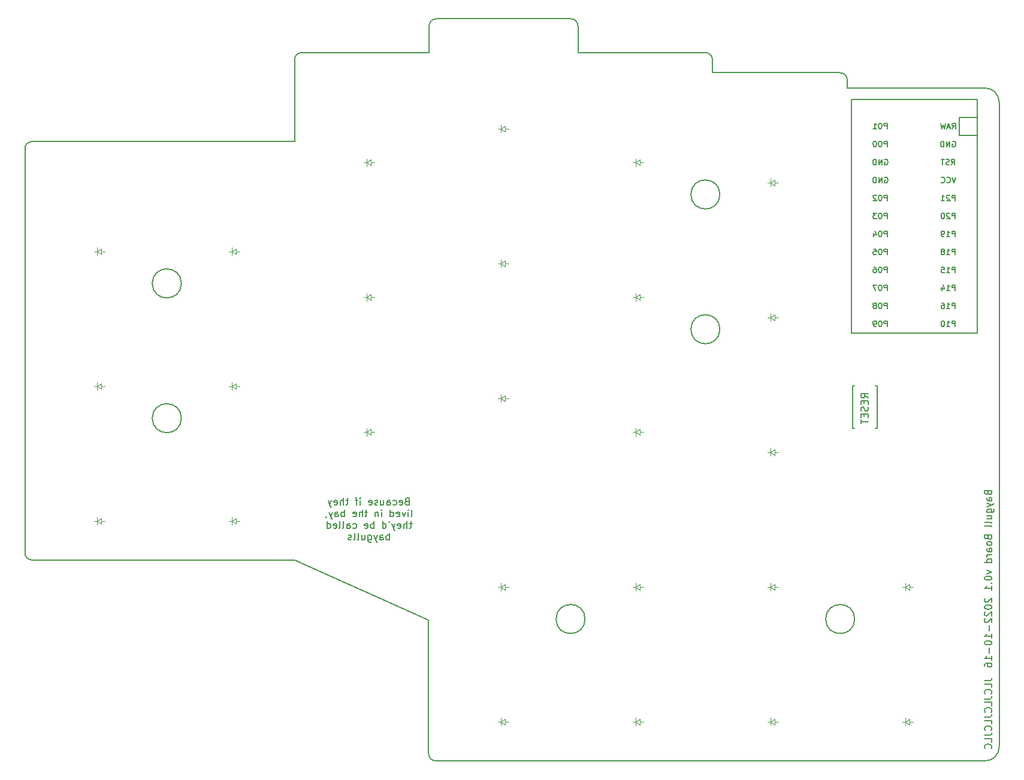
<source format=gbr>
G04 #@! TF.GenerationSoftware,KiCad,Pcbnew,5.1.5+dfsg1-2build2*
G04 #@! TF.CreationDate,2022-10-22T21:51:20+00:00*
G04 #@! TF.ProjectId,board,626f6172-642e-46b6-9963-61645f706362,v1.0.0*
G04 #@! TF.SameCoordinates,Original*
G04 #@! TF.FileFunction,Legend,Bot*
G04 #@! TF.FilePolarity,Positive*
%FSLAX46Y46*%
G04 Gerber Fmt 4.6, Leading zero omitted, Abs format (unit mm)*
G04 Created by KiCad (PCBNEW 5.1.5+dfsg1-2build2) date 2022-10-22 21:51:20*
%MOMM*%
%LPD*%
G04 APERTURE LIST*
%ADD10C,0.150000*%
G04 #@! TA.AperFunction,Profile*
%ADD11C,0.150000*%
G04 #@! TD*
%ADD12C,0.100000*%
G04 APERTURE END LIST*
D10*
X62507142Y-2216071D02*
X62364285Y-2263690D01*
X62316666Y-2311309D01*
X62269047Y-2406547D01*
X62269047Y-2549404D01*
X62316666Y-2644642D01*
X62364285Y-2692261D01*
X62459523Y-2739880D01*
X62840476Y-2739880D01*
X62840476Y-1739880D01*
X62507142Y-1739880D01*
X62411904Y-1787500D01*
X62364285Y-1835119D01*
X62316666Y-1930357D01*
X62316666Y-2025595D01*
X62364285Y-2120833D01*
X62411904Y-2168452D01*
X62507142Y-2216071D01*
X62840476Y-2216071D01*
X61459523Y-2692261D02*
X61554761Y-2739880D01*
X61745238Y-2739880D01*
X61840476Y-2692261D01*
X61888095Y-2597023D01*
X61888095Y-2216071D01*
X61840476Y-2120833D01*
X61745238Y-2073214D01*
X61554761Y-2073214D01*
X61459523Y-2120833D01*
X61411904Y-2216071D01*
X61411904Y-2311309D01*
X61888095Y-2406547D01*
X60554761Y-2692261D02*
X60650000Y-2739880D01*
X60840476Y-2739880D01*
X60935714Y-2692261D01*
X60983333Y-2644642D01*
X61030952Y-2549404D01*
X61030952Y-2263690D01*
X60983333Y-2168452D01*
X60935714Y-2120833D01*
X60840476Y-2073214D01*
X60650000Y-2073214D01*
X60554761Y-2120833D01*
X59697619Y-2739880D02*
X59697619Y-2216071D01*
X59745238Y-2120833D01*
X59840476Y-2073214D01*
X60030952Y-2073214D01*
X60126190Y-2120833D01*
X59697619Y-2692261D02*
X59792857Y-2739880D01*
X60030952Y-2739880D01*
X60126190Y-2692261D01*
X60173809Y-2597023D01*
X60173809Y-2501785D01*
X60126190Y-2406547D01*
X60030952Y-2358928D01*
X59792857Y-2358928D01*
X59697619Y-2311309D01*
X58792857Y-2073214D02*
X58792857Y-2739880D01*
X59221428Y-2073214D02*
X59221428Y-2597023D01*
X59173809Y-2692261D01*
X59078571Y-2739880D01*
X58935714Y-2739880D01*
X58840476Y-2692261D01*
X58792857Y-2644642D01*
X58364285Y-2692261D02*
X58269047Y-2739880D01*
X58078571Y-2739880D01*
X57983333Y-2692261D01*
X57935714Y-2597023D01*
X57935714Y-2549404D01*
X57983333Y-2454166D01*
X58078571Y-2406547D01*
X58221428Y-2406547D01*
X58316666Y-2358928D01*
X58364285Y-2263690D01*
X58364285Y-2216071D01*
X58316666Y-2120833D01*
X58221428Y-2073214D01*
X58078571Y-2073214D01*
X57983333Y-2120833D01*
X57126190Y-2692261D02*
X57221428Y-2739880D01*
X57411904Y-2739880D01*
X57507142Y-2692261D01*
X57554761Y-2597023D01*
X57554761Y-2216071D01*
X57507142Y-2120833D01*
X57411904Y-2073214D01*
X57221428Y-2073214D01*
X57126190Y-2120833D01*
X57078571Y-2216071D01*
X57078571Y-2311309D01*
X57554761Y-2406547D01*
X55888095Y-2739880D02*
X55888095Y-2073214D01*
X55888095Y-1739880D02*
X55935714Y-1787500D01*
X55888095Y-1835119D01*
X55840476Y-1787500D01*
X55888095Y-1739880D01*
X55888095Y-1835119D01*
X55554761Y-2073214D02*
X55173809Y-2073214D01*
X55411904Y-2739880D02*
X55411904Y-1882738D01*
X55364285Y-1787500D01*
X55269047Y-1739880D01*
X55173809Y-1739880D01*
X54221428Y-2073214D02*
X53840476Y-2073214D01*
X54078571Y-1739880D02*
X54078571Y-2597023D01*
X54030952Y-2692261D01*
X53935714Y-2739880D01*
X53840476Y-2739880D01*
X53507142Y-2739880D02*
X53507142Y-1739880D01*
X53078571Y-2739880D02*
X53078571Y-2216071D01*
X53126190Y-2120833D01*
X53221428Y-2073214D01*
X53364285Y-2073214D01*
X53459523Y-2120833D01*
X53507142Y-2168452D01*
X52221428Y-2692261D02*
X52316666Y-2739880D01*
X52507142Y-2739880D01*
X52602380Y-2692261D01*
X52650000Y-2597023D01*
X52650000Y-2216071D01*
X52602380Y-2120833D01*
X52507142Y-2073214D01*
X52316666Y-2073214D01*
X52221428Y-2120833D01*
X52173809Y-2216071D01*
X52173809Y-2311309D01*
X52650000Y-2406547D01*
X51840476Y-2073214D02*
X51602380Y-2739880D01*
X51364285Y-2073214D02*
X51602380Y-2739880D01*
X51697619Y-2977976D01*
X51745238Y-3025595D01*
X51840476Y-3073214D01*
X63054761Y-4389880D02*
X63150000Y-4342261D01*
X63197619Y-4247023D01*
X63197619Y-3389880D01*
X62673809Y-4389880D02*
X62673809Y-3723214D01*
X62673809Y-3389880D02*
X62721428Y-3437500D01*
X62673809Y-3485119D01*
X62626190Y-3437500D01*
X62673809Y-3389880D01*
X62673809Y-3485119D01*
X62292857Y-3723214D02*
X62054761Y-4389880D01*
X61816666Y-3723214D01*
X61054761Y-4342261D02*
X61150000Y-4389880D01*
X61340476Y-4389880D01*
X61435714Y-4342261D01*
X61483333Y-4247023D01*
X61483333Y-3866071D01*
X61435714Y-3770833D01*
X61340476Y-3723214D01*
X61150000Y-3723214D01*
X61054761Y-3770833D01*
X61007142Y-3866071D01*
X61007142Y-3961309D01*
X61483333Y-4056547D01*
X60150000Y-4389880D02*
X60150000Y-3389880D01*
X60150000Y-4342261D02*
X60245238Y-4389880D01*
X60435714Y-4389880D01*
X60530952Y-4342261D01*
X60578571Y-4294642D01*
X60626190Y-4199404D01*
X60626190Y-3913690D01*
X60578571Y-3818452D01*
X60530952Y-3770833D01*
X60435714Y-3723214D01*
X60245238Y-3723214D01*
X60150000Y-3770833D01*
X58911904Y-4389880D02*
X58911904Y-3723214D01*
X58911904Y-3389880D02*
X58959523Y-3437500D01*
X58911904Y-3485119D01*
X58864285Y-3437500D01*
X58911904Y-3389880D01*
X58911904Y-3485119D01*
X58435714Y-3723214D02*
X58435714Y-4389880D01*
X58435714Y-3818452D02*
X58388095Y-3770833D01*
X58292857Y-3723214D01*
X58150000Y-3723214D01*
X58054761Y-3770833D01*
X58007142Y-3866071D01*
X58007142Y-4389880D01*
X56911904Y-3723214D02*
X56530952Y-3723214D01*
X56769047Y-3389880D02*
X56769047Y-4247023D01*
X56721428Y-4342261D01*
X56626190Y-4389880D01*
X56530952Y-4389880D01*
X56197619Y-4389880D02*
X56197619Y-3389880D01*
X55769047Y-4389880D02*
X55769047Y-3866071D01*
X55816666Y-3770833D01*
X55911904Y-3723214D01*
X56054761Y-3723214D01*
X56150000Y-3770833D01*
X56197619Y-3818452D01*
X54911904Y-4342261D02*
X55007142Y-4389880D01*
X55197619Y-4389880D01*
X55292857Y-4342261D01*
X55340476Y-4247023D01*
X55340476Y-3866071D01*
X55292857Y-3770833D01*
X55197619Y-3723214D01*
X55007142Y-3723214D01*
X54911904Y-3770833D01*
X54864285Y-3866071D01*
X54864285Y-3961309D01*
X55340476Y-4056547D01*
X53673809Y-4389880D02*
X53673809Y-3389880D01*
X53673809Y-3770833D02*
X53578571Y-3723214D01*
X53388095Y-3723214D01*
X53292857Y-3770833D01*
X53245238Y-3818452D01*
X53197619Y-3913690D01*
X53197619Y-4199404D01*
X53245238Y-4294642D01*
X53292857Y-4342261D01*
X53388095Y-4389880D01*
X53578571Y-4389880D01*
X53673809Y-4342261D01*
X52340476Y-4389880D02*
X52340476Y-3866071D01*
X52388095Y-3770833D01*
X52483333Y-3723214D01*
X52673809Y-3723214D01*
X52769047Y-3770833D01*
X52340476Y-4342261D02*
X52435714Y-4389880D01*
X52673809Y-4389880D01*
X52769047Y-4342261D01*
X52816666Y-4247023D01*
X52816666Y-4151785D01*
X52769047Y-4056547D01*
X52673809Y-4008928D01*
X52435714Y-4008928D01*
X52340476Y-3961309D01*
X51959523Y-3723214D02*
X51721428Y-4389880D01*
X51483333Y-3723214D02*
X51721428Y-4389880D01*
X51816666Y-4627976D01*
X51864285Y-4675595D01*
X51959523Y-4723214D01*
X51054761Y-4342261D02*
X51054761Y-4389880D01*
X51102380Y-4485119D01*
X51150000Y-4532738D01*
X63221428Y-5373214D02*
X62840476Y-5373214D01*
X63078571Y-5039880D02*
X63078571Y-5897023D01*
X63030952Y-5992261D01*
X62935714Y-6039880D01*
X62840476Y-6039880D01*
X62507142Y-6039880D02*
X62507142Y-5039880D01*
X62078571Y-6039880D02*
X62078571Y-5516071D01*
X62126190Y-5420833D01*
X62221428Y-5373214D01*
X62364285Y-5373214D01*
X62459523Y-5420833D01*
X62507142Y-5468452D01*
X61221428Y-5992261D02*
X61316666Y-6039880D01*
X61507142Y-6039880D01*
X61602380Y-5992261D01*
X61650000Y-5897023D01*
X61650000Y-5516071D01*
X61602380Y-5420833D01*
X61507142Y-5373214D01*
X61316666Y-5373214D01*
X61221428Y-5420833D01*
X61173809Y-5516071D01*
X61173809Y-5611309D01*
X61650000Y-5706547D01*
X60840476Y-5373214D02*
X60602380Y-6039880D01*
X60364285Y-5373214D02*
X60602380Y-6039880D01*
X60697619Y-6277976D01*
X60745238Y-6325595D01*
X60840476Y-6373214D01*
X59935714Y-5039880D02*
X60030952Y-5230357D01*
X59078571Y-6039880D02*
X59078571Y-5039880D01*
X59078571Y-5992261D02*
X59173809Y-6039880D01*
X59364285Y-6039880D01*
X59459523Y-5992261D01*
X59507142Y-5944642D01*
X59554761Y-5849404D01*
X59554761Y-5563690D01*
X59507142Y-5468452D01*
X59459523Y-5420833D01*
X59364285Y-5373214D01*
X59173809Y-5373214D01*
X59078571Y-5420833D01*
X57840476Y-6039880D02*
X57840476Y-5039880D01*
X57840476Y-5420833D02*
X57745238Y-5373214D01*
X57554761Y-5373214D01*
X57459523Y-5420833D01*
X57411904Y-5468452D01*
X57364285Y-5563690D01*
X57364285Y-5849404D01*
X57411904Y-5944642D01*
X57459523Y-5992261D01*
X57554761Y-6039880D01*
X57745238Y-6039880D01*
X57840476Y-5992261D01*
X56554761Y-5992261D02*
X56650000Y-6039880D01*
X56840476Y-6039880D01*
X56935714Y-5992261D01*
X56983333Y-5897023D01*
X56983333Y-5516071D01*
X56935714Y-5420833D01*
X56840476Y-5373214D01*
X56650000Y-5373214D01*
X56554761Y-5420833D01*
X56507142Y-5516071D01*
X56507142Y-5611309D01*
X56983333Y-5706547D01*
X54888095Y-5992261D02*
X54983333Y-6039880D01*
X55173809Y-6039880D01*
X55269047Y-5992261D01*
X55316666Y-5944642D01*
X55364285Y-5849404D01*
X55364285Y-5563690D01*
X55316666Y-5468452D01*
X55269047Y-5420833D01*
X55173809Y-5373214D01*
X54983333Y-5373214D01*
X54888095Y-5420833D01*
X54030952Y-6039880D02*
X54030952Y-5516071D01*
X54078571Y-5420833D01*
X54173809Y-5373214D01*
X54364285Y-5373214D01*
X54459523Y-5420833D01*
X54030952Y-5992261D02*
X54126190Y-6039880D01*
X54364285Y-6039880D01*
X54459523Y-5992261D01*
X54507142Y-5897023D01*
X54507142Y-5801785D01*
X54459523Y-5706547D01*
X54364285Y-5658928D01*
X54126190Y-5658928D01*
X54030952Y-5611309D01*
X53411904Y-6039880D02*
X53507142Y-5992261D01*
X53554761Y-5897023D01*
X53554761Y-5039880D01*
X52888095Y-6039880D02*
X52983333Y-5992261D01*
X53030952Y-5897023D01*
X53030952Y-5039880D01*
X52126190Y-5992261D02*
X52221428Y-6039880D01*
X52411904Y-6039880D01*
X52507142Y-5992261D01*
X52554761Y-5897023D01*
X52554761Y-5516071D01*
X52507142Y-5420833D01*
X52411904Y-5373214D01*
X52221428Y-5373214D01*
X52126190Y-5420833D01*
X52078571Y-5516071D01*
X52078571Y-5611309D01*
X52554761Y-5706547D01*
X51221428Y-6039880D02*
X51221428Y-5039880D01*
X51221428Y-5992261D02*
X51316666Y-6039880D01*
X51507142Y-6039880D01*
X51602380Y-5992261D01*
X51650000Y-5944642D01*
X51697619Y-5849404D01*
X51697619Y-5563690D01*
X51650000Y-5468452D01*
X51602380Y-5420833D01*
X51507142Y-5373214D01*
X51316666Y-5373214D01*
X51221428Y-5420833D01*
X60030952Y-7689880D02*
X60030952Y-6689880D01*
X60030952Y-7070833D02*
X59935714Y-7023214D01*
X59745238Y-7023214D01*
X59650000Y-7070833D01*
X59602380Y-7118452D01*
X59554761Y-7213690D01*
X59554761Y-7499404D01*
X59602380Y-7594642D01*
X59650000Y-7642261D01*
X59745238Y-7689880D01*
X59935714Y-7689880D01*
X60030952Y-7642261D01*
X58697619Y-7689880D02*
X58697619Y-7166071D01*
X58745238Y-7070833D01*
X58840476Y-7023214D01*
X59030952Y-7023214D01*
X59126190Y-7070833D01*
X58697619Y-7642261D02*
X58792857Y-7689880D01*
X59030952Y-7689880D01*
X59126190Y-7642261D01*
X59173809Y-7547023D01*
X59173809Y-7451785D01*
X59126190Y-7356547D01*
X59030952Y-7308928D01*
X58792857Y-7308928D01*
X58697619Y-7261309D01*
X58316666Y-7023214D02*
X58078571Y-7689880D01*
X57840476Y-7023214D02*
X58078571Y-7689880D01*
X58173809Y-7927976D01*
X58221428Y-7975595D01*
X58316666Y-8023214D01*
X57030952Y-7023214D02*
X57030952Y-7832738D01*
X57078571Y-7927976D01*
X57126190Y-7975595D01*
X57221428Y-8023214D01*
X57364285Y-8023214D01*
X57459523Y-7975595D01*
X57030952Y-7642261D02*
X57126190Y-7689880D01*
X57316666Y-7689880D01*
X57411904Y-7642261D01*
X57459523Y-7594642D01*
X57507142Y-7499404D01*
X57507142Y-7213690D01*
X57459523Y-7118452D01*
X57411904Y-7070833D01*
X57316666Y-7023214D01*
X57126190Y-7023214D01*
X57030952Y-7070833D01*
X56126190Y-7023214D02*
X56126190Y-7689880D01*
X56554761Y-7023214D02*
X56554761Y-7547023D01*
X56507142Y-7642261D01*
X56411904Y-7689880D01*
X56269047Y-7689880D01*
X56173809Y-7642261D01*
X56126190Y-7594642D01*
X55507142Y-7689880D02*
X55602380Y-7642261D01*
X55650000Y-7547023D01*
X55650000Y-6689880D01*
X54983333Y-7689880D02*
X55078571Y-7642261D01*
X55126190Y-7547023D01*
X55126190Y-6689880D01*
X54650000Y-7642261D02*
X54554761Y-7689880D01*
X54364285Y-7689880D01*
X54269047Y-7642261D01*
X54221428Y-7547023D01*
X54221428Y-7499404D01*
X54269047Y-7404166D01*
X54364285Y-7356547D01*
X54507142Y-7356547D01*
X54602380Y-7308928D01*
X54650000Y-7213690D01*
X54650000Y-7166071D01*
X54602380Y-7070833D01*
X54507142Y-7023214D01*
X54364285Y-7023214D01*
X54269047Y-7070833D01*
X144132380Y-27575452D02*
X144846666Y-27575452D01*
X144989523Y-27527833D01*
X145084761Y-27432595D01*
X145132380Y-27289738D01*
X145132380Y-27194500D01*
X145132380Y-28527833D02*
X145132380Y-28051642D01*
X144132380Y-28051642D01*
X145037142Y-29432595D02*
X145084761Y-29384976D01*
X145132380Y-29242119D01*
X145132380Y-29146880D01*
X145084761Y-29004023D01*
X144989523Y-28908785D01*
X144894285Y-28861166D01*
X144703809Y-28813547D01*
X144560952Y-28813547D01*
X144370476Y-28861166D01*
X144275238Y-28908785D01*
X144180000Y-29004023D01*
X144132380Y-29146880D01*
X144132380Y-29242119D01*
X144180000Y-29384976D01*
X144227619Y-29432595D01*
X144132380Y-30146880D02*
X144846666Y-30146880D01*
X144989523Y-30099261D01*
X145084761Y-30004023D01*
X145132380Y-29861166D01*
X145132380Y-29765928D01*
X145132380Y-31099261D02*
X145132380Y-30623071D01*
X144132380Y-30623071D01*
X145037142Y-32004023D02*
X145084761Y-31956404D01*
X145132380Y-31813547D01*
X145132380Y-31718309D01*
X145084761Y-31575452D01*
X144989523Y-31480214D01*
X144894285Y-31432595D01*
X144703809Y-31384976D01*
X144560952Y-31384976D01*
X144370476Y-31432595D01*
X144275238Y-31480214D01*
X144180000Y-31575452D01*
X144132380Y-31718309D01*
X144132380Y-31813547D01*
X144180000Y-31956404D01*
X144227619Y-32004023D01*
X144132380Y-32718309D02*
X144846666Y-32718309D01*
X144989523Y-32670690D01*
X145084761Y-32575452D01*
X145132380Y-32432595D01*
X145132380Y-32337357D01*
X145132380Y-33670690D02*
X145132380Y-33194500D01*
X144132380Y-33194500D01*
X145037142Y-34575452D02*
X145084761Y-34527833D01*
X145132380Y-34384976D01*
X145132380Y-34289738D01*
X145084761Y-34146880D01*
X144989523Y-34051642D01*
X144894285Y-34004023D01*
X144703809Y-33956404D01*
X144560952Y-33956404D01*
X144370476Y-34004023D01*
X144275238Y-34051642D01*
X144180000Y-34146880D01*
X144132380Y-34289738D01*
X144132380Y-34384976D01*
X144180000Y-34527833D01*
X144227619Y-34575452D01*
X144132380Y-35289738D02*
X144846666Y-35289738D01*
X144989523Y-35242119D01*
X145084761Y-35146880D01*
X145132380Y-35004023D01*
X145132380Y-34908785D01*
X145132380Y-36242119D02*
X145132380Y-35765928D01*
X144132380Y-35765928D01*
X145037142Y-37146880D02*
X145084761Y-37099261D01*
X145132380Y-36956404D01*
X145132380Y-36861166D01*
X145084761Y-36718309D01*
X144989523Y-36623071D01*
X144894285Y-36575452D01*
X144703809Y-36527833D01*
X144560952Y-36527833D01*
X144370476Y-36575452D01*
X144275238Y-36623071D01*
X144180000Y-36718309D01*
X144132380Y-36861166D01*
X144132380Y-36956404D01*
X144180000Y-37099261D01*
X144227619Y-37146880D01*
X144608571Y-1025452D02*
X144656190Y-1168309D01*
X144703809Y-1215928D01*
X144799047Y-1263547D01*
X144941904Y-1263547D01*
X145037142Y-1215928D01*
X145084761Y-1168309D01*
X145132380Y-1073071D01*
X145132380Y-692119D01*
X144132380Y-692119D01*
X144132380Y-1025452D01*
X144180000Y-1120690D01*
X144227619Y-1168309D01*
X144322857Y-1215928D01*
X144418095Y-1215928D01*
X144513333Y-1168309D01*
X144560952Y-1120690D01*
X144608571Y-1025452D01*
X144608571Y-692119D01*
X145132380Y-2120690D02*
X144608571Y-2120690D01*
X144513333Y-2073071D01*
X144465714Y-1977833D01*
X144465714Y-1787357D01*
X144513333Y-1692119D01*
X145084761Y-2120690D02*
X145132380Y-2025452D01*
X145132380Y-1787357D01*
X145084761Y-1692119D01*
X144989523Y-1644500D01*
X144894285Y-1644500D01*
X144799047Y-1692119D01*
X144751428Y-1787357D01*
X144751428Y-2025452D01*
X144703809Y-2120690D01*
X144465714Y-2501642D02*
X145132380Y-2739738D01*
X144465714Y-2977833D02*
X145132380Y-2739738D01*
X145370476Y-2644500D01*
X145418095Y-2596880D01*
X145465714Y-2501642D01*
X144465714Y-3787357D02*
X145275238Y-3787357D01*
X145370476Y-3739738D01*
X145418095Y-3692119D01*
X145465714Y-3596880D01*
X145465714Y-3454023D01*
X145418095Y-3358785D01*
X145084761Y-3787357D02*
X145132380Y-3692119D01*
X145132380Y-3501642D01*
X145084761Y-3406404D01*
X145037142Y-3358785D01*
X144941904Y-3311166D01*
X144656190Y-3311166D01*
X144560952Y-3358785D01*
X144513333Y-3406404D01*
X144465714Y-3501642D01*
X144465714Y-3692119D01*
X144513333Y-3787357D01*
X144465714Y-4692119D02*
X145132380Y-4692119D01*
X144465714Y-4263547D02*
X144989523Y-4263547D01*
X145084761Y-4311166D01*
X145132380Y-4406404D01*
X145132380Y-4549261D01*
X145084761Y-4644500D01*
X145037142Y-4692119D01*
X145132380Y-5311166D02*
X145084761Y-5215928D01*
X144989523Y-5168309D01*
X144132380Y-5168309D01*
X145132380Y-5834976D02*
X145084761Y-5739738D01*
X144989523Y-5692119D01*
X144132380Y-5692119D01*
X144608571Y-7311166D02*
X144656190Y-7454023D01*
X144703809Y-7501642D01*
X144799047Y-7549261D01*
X144941904Y-7549261D01*
X145037142Y-7501642D01*
X145084761Y-7454023D01*
X145132380Y-7358785D01*
X145132380Y-6977833D01*
X144132380Y-6977833D01*
X144132380Y-7311166D01*
X144180000Y-7406404D01*
X144227619Y-7454023D01*
X144322857Y-7501642D01*
X144418095Y-7501642D01*
X144513333Y-7454023D01*
X144560952Y-7406404D01*
X144608571Y-7311166D01*
X144608571Y-6977833D01*
X145132380Y-8120690D02*
X145084761Y-8025452D01*
X145037142Y-7977833D01*
X144941904Y-7930214D01*
X144656190Y-7930214D01*
X144560952Y-7977833D01*
X144513333Y-8025452D01*
X144465714Y-8120690D01*
X144465714Y-8263547D01*
X144513333Y-8358785D01*
X144560952Y-8406404D01*
X144656190Y-8454023D01*
X144941904Y-8454023D01*
X145037142Y-8406404D01*
X145084761Y-8358785D01*
X145132380Y-8263547D01*
X145132380Y-8120690D01*
X145132380Y-9311166D02*
X144608571Y-9311166D01*
X144513333Y-9263547D01*
X144465714Y-9168309D01*
X144465714Y-8977833D01*
X144513333Y-8882595D01*
X145084761Y-9311166D02*
X145132380Y-9215928D01*
X145132380Y-8977833D01*
X145084761Y-8882595D01*
X144989523Y-8834976D01*
X144894285Y-8834976D01*
X144799047Y-8882595D01*
X144751428Y-8977833D01*
X144751428Y-9215928D01*
X144703809Y-9311166D01*
X145132380Y-9787357D02*
X144465714Y-9787357D01*
X144656190Y-9787357D02*
X144560952Y-9834976D01*
X144513333Y-9882595D01*
X144465714Y-9977833D01*
X144465714Y-10073071D01*
X145132380Y-10834976D02*
X144132380Y-10834976D01*
X145084761Y-10834976D02*
X145132380Y-10739738D01*
X145132380Y-10549261D01*
X145084761Y-10454023D01*
X145037142Y-10406404D01*
X144941904Y-10358785D01*
X144656190Y-10358785D01*
X144560952Y-10406404D01*
X144513333Y-10454023D01*
X144465714Y-10549261D01*
X144465714Y-10739738D01*
X144513333Y-10834976D01*
X144465714Y-11977833D02*
X145132380Y-12215928D01*
X144465714Y-12454023D01*
X144132380Y-13025452D02*
X144132380Y-13120690D01*
X144180000Y-13215928D01*
X144227619Y-13263547D01*
X144322857Y-13311166D01*
X144513333Y-13358785D01*
X144751428Y-13358785D01*
X144941904Y-13311166D01*
X145037142Y-13263547D01*
X145084761Y-13215928D01*
X145132380Y-13120690D01*
X145132380Y-13025452D01*
X145084761Y-12930214D01*
X145037142Y-12882595D01*
X144941904Y-12834976D01*
X144751428Y-12787357D01*
X144513333Y-12787357D01*
X144322857Y-12834976D01*
X144227619Y-12882595D01*
X144180000Y-12930214D01*
X144132380Y-13025452D01*
X145037142Y-13787357D02*
X145084761Y-13834976D01*
X145132380Y-13787357D01*
X145084761Y-13739738D01*
X145037142Y-13787357D01*
X145132380Y-13787357D01*
X145132380Y-14787357D02*
X145132380Y-14215928D01*
X145132380Y-14501642D02*
X144132380Y-14501642D01*
X144275238Y-14406404D01*
X144370476Y-14311166D01*
X144418095Y-14215928D01*
X144227619Y-15930214D02*
X144180000Y-15977833D01*
X144132380Y-16073071D01*
X144132380Y-16311166D01*
X144180000Y-16406404D01*
X144227619Y-16454023D01*
X144322857Y-16501642D01*
X144418095Y-16501642D01*
X144560952Y-16454023D01*
X145132380Y-15882595D01*
X145132380Y-16501642D01*
X144132380Y-17120690D02*
X144132380Y-17215928D01*
X144180000Y-17311166D01*
X144227619Y-17358785D01*
X144322857Y-17406404D01*
X144513333Y-17454023D01*
X144751428Y-17454023D01*
X144941904Y-17406404D01*
X145037142Y-17358785D01*
X145084761Y-17311166D01*
X145132380Y-17215928D01*
X145132380Y-17120690D01*
X145084761Y-17025452D01*
X145037142Y-16977833D01*
X144941904Y-16930214D01*
X144751428Y-16882595D01*
X144513333Y-16882595D01*
X144322857Y-16930214D01*
X144227619Y-16977833D01*
X144180000Y-17025452D01*
X144132380Y-17120690D01*
X144227619Y-17834976D02*
X144180000Y-17882595D01*
X144132380Y-17977833D01*
X144132380Y-18215928D01*
X144180000Y-18311166D01*
X144227619Y-18358785D01*
X144322857Y-18406404D01*
X144418095Y-18406404D01*
X144560952Y-18358785D01*
X145132380Y-17787357D01*
X145132380Y-18406404D01*
X144227619Y-18787357D02*
X144180000Y-18834976D01*
X144132380Y-18930214D01*
X144132380Y-19168309D01*
X144180000Y-19263547D01*
X144227619Y-19311166D01*
X144322857Y-19358785D01*
X144418095Y-19358785D01*
X144560952Y-19311166D01*
X145132380Y-18739738D01*
X145132380Y-19358785D01*
X144751428Y-19787357D02*
X144751428Y-20549261D01*
X145132380Y-21549261D02*
X145132380Y-20977833D01*
X145132380Y-21263547D02*
X144132380Y-21263547D01*
X144275238Y-21168309D01*
X144370476Y-21073071D01*
X144418095Y-20977833D01*
X144132380Y-22168309D02*
X144132380Y-22263547D01*
X144180000Y-22358785D01*
X144227619Y-22406404D01*
X144322857Y-22454023D01*
X144513333Y-22501642D01*
X144751428Y-22501642D01*
X144941904Y-22454023D01*
X145037142Y-22406404D01*
X145084761Y-22358785D01*
X145132380Y-22263547D01*
X145132380Y-22168309D01*
X145084761Y-22073071D01*
X145037142Y-22025452D01*
X144941904Y-21977833D01*
X144751428Y-21930214D01*
X144513333Y-21930214D01*
X144322857Y-21977833D01*
X144227619Y-22025452D01*
X144180000Y-22073071D01*
X144132380Y-22168309D01*
X144751428Y-22930214D02*
X144751428Y-23692119D01*
X145132380Y-24692119D02*
X145132380Y-24120690D01*
X145132380Y-24406404D02*
X144132380Y-24406404D01*
X144275238Y-24311166D01*
X144370476Y-24215928D01*
X144418095Y-24120690D01*
X144132380Y-25549261D02*
X144132380Y-25358785D01*
X144180000Y-25263547D01*
X144227619Y-25215928D01*
X144370476Y-25120690D01*
X144560952Y-25073071D01*
X144941904Y-25073071D01*
X145037142Y-25120690D01*
X145084761Y-25168309D01*
X145132380Y-25263547D01*
X145132380Y-25454023D01*
X145084761Y-25549261D01*
X145037142Y-25596880D01*
X144941904Y-25644499D01*
X144703809Y-25644499D01*
X144608571Y-25596880D01*
X144560952Y-25549261D01*
X144513333Y-25454023D01*
X144513333Y-25263547D01*
X144560952Y-25168309D01*
X144608571Y-25120690D01*
X144703809Y-25073071D01*
D11*
X9525000Y-10525000D02*
X46625000Y-10525000D01*
X8525000Y-9525000D02*
X8525000Y47625000D01*
X9525000Y-10525000D02*
G75*
G02X8525000Y-9525000I0J1000000D01*
G01*
X9525000Y48625000D02*
X46625000Y48625000D01*
X8525000Y47625000D02*
G75*
G02X9525000Y48625000I1000000J0D01*
G01*
X65625000Y61198000D02*
X47625000Y61198000D01*
X46625000Y60198000D02*
G75*
G02X47625000Y61198000I1000000J0D01*
G01*
X46625000Y60198000D02*
X46625000Y48625000D01*
X86675000Y61198000D02*
X86675000Y64960500D01*
X85675000Y65960500D02*
G75*
G02X86675000Y64960500I0J-1000000D01*
G01*
X85675000Y65960500D02*
X66625000Y65960500D01*
X65625000Y64960500D02*
G75*
G02X66625000Y65960500I1000000J0D01*
G01*
X65625000Y64960500D02*
X65625000Y61198000D01*
X105675000Y58340500D02*
X105675000Y60198000D01*
X104675000Y61198000D02*
G75*
G02X105675000Y60198000I0J-1000000D01*
G01*
X104675000Y61198000D02*
X86675000Y61198000D01*
X124725000Y56190500D02*
X124725000Y57340500D01*
X123725000Y58340500D02*
G75*
G02X124725000Y57340500I0J-1000000D01*
G01*
X123725000Y58340500D02*
X105675000Y58340500D01*
X65575000Y-37909500D02*
X65575000Y-18968378D01*
X66575000Y-38909500D02*
X144200000Y-38909500D01*
X66575000Y-38909500D02*
G75*
G02X65575000Y-37909500I0J1000000D01*
G01*
X65575000Y-18968378D02*
X46625000Y-10525000D01*
X146200000Y-36909500D02*
G75*
G02X144200000Y-38909500I-2000000J0D01*
G01*
X146200000Y-36909500D02*
X146200000Y54190500D01*
X144200000Y56190500D02*
G75*
G02X146200000Y54190500I0J-2000000D01*
G01*
X144200000Y56190500D02*
X124725000Y56190500D01*
X30625000Y28575000D02*
G75*
G03X30625000Y28575000I-2050000J0D01*
G01*
X30625000Y9525000D02*
G75*
G03X30625000Y9525000I-2050000J0D01*
G01*
X106725000Y41148000D02*
G75*
G03X106725000Y41148000I-2050000J0D01*
G01*
X106725000Y22098000D02*
G75*
G03X106725000Y22098000I-2050000J0D01*
G01*
X125775000Y-18859500D02*
G75*
G03X125775000Y-18859500I-2050000J0D01*
G01*
X87675000Y-18859500D02*
G75*
G03X87675000Y-18859500I-2050000J0D01*
G01*
D12*
G04 #@! TO.C,D1*
X19300000Y-5000000D02*
X19800000Y-5000000D01*
X19300000Y-5400000D02*
X18700000Y-5000000D01*
X19300000Y-4600000D02*
X19300000Y-5400000D01*
X18700000Y-5000000D02*
X19300000Y-4600000D01*
X18700000Y-5000000D02*
X18700000Y-5550000D01*
X18700000Y-5000000D02*
X18700000Y-4450000D01*
X18300000Y-5000000D02*
X18700000Y-5000000D01*
G04 #@! TO.C,D2*
X19300000Y14050000D02*
X19800000Y14050000D01*
X19300000Y13650000D02*
X18700000Y14050000D01*
X19300000Y14450000D02*
X19300000Y13650000D01*
X18700000Y14050000D02*
X19300000Y14450000D01*
X18700000Y14050000D02*
X18700000Y13500000D01*
X18700000Y14050000D02*
X18700000Y14600000D01*
X18300000Y14050000D02*
X18700000Y14050000D01*
G04 #@! TO.C,D3*
X19300000Y33100000D02*
X19800000Y33100000D01*
X19300000Y32700000D02*
X18700000Y33100000D01*
X19300000Y33500000D02*
X19300000Y32700000D01*
X18700000Y33100000D02*
X19300000Y33500000D01*
X18700000Y33100000D02*
X18700000Y32550000D01*
X18700000Y33100000D02*
X18700000Y33650000D01*
X18300000Y33100000D02*
X18700000Y33100000D01*
G04 #@! TO.C,D4*
X38350000Y-5000000D02*
X38850000Y-5000000D01*
X38350000Y-5400000D02*
X37750000Y-5000000D01*
X38350000Y-4600000D02*
X38350000Y-5400000D01*
X37750000Y-5000000D02*
X38350000Y-4600000D01*
X37750000Y-5000000D02*
X37750000Y-5550000D01*
X37750000Y-5000000D02*
X37750000Y-4450000D01*
X37350000Y-5000000D02*
X37750000Y-5000000D01*
G04 #@! TO.C,D5*
X38350000Y14050000D02*
X38850000Y14050000D01*
X38350000Y13650000D02*
X37750000Y14050000D01*
X38350000Y14450000D02*
X38350000Y13650000D01*
X37750000Y14050000D02*
X38350000Y14450000D01*
X37750000Y14050000D02*
X37750000Y13500000D01*
X37750000Y14050000D02*
X37750000Y14600000D01*
X37350000Y14050000D02*
X37750000Y14050000D01*
G04 #@! TO.C,D6*
X38350000Y33100000D02*
X38850000Y33100000D01*
X38350000Y32700000D02*
X37750000Y33100000D01*
X38350000Y33500000D02*
X38350000Y32700000D01*
X37750000Y33100000D02*
X38350000Y33500000D01*
X37750000Y33100000D02*
X37750000Y32550000D01*
X37750000Y33100000D02*
X37750000Y33650000D01*
X37350000Y33100000D02*
X37750000Y33100000D01*
G04 #@! TO.C,D7*
X57400000Y7573000D02*
X57900000Y7573000D01*
X57400000Y7173000D02*
X56800000Y7573000D01*
X57400000Y7973000D02*
X57400000Y7173000D01*
X56800000Y7573000D02*
X57400000Y7973000D01*
X56800000Y7573000D02*
X56800000Y7023000D01*
X56800000Y7573000D02*
X56800000Y8123000D01*
X56400000Y7573000D02*
X56800000Y7573000D01*
G04 #@! TO.C,D8*
X57400000Y26623000D02*
X57900000Y26623000D01*
X57400000Y26223000D02*
X56800000Y26623000D01*
X57400000Y27023000D02*
X57400000Y26223000D01*
X56800000Y26623000D02*
X57400000Y27023000D01*
X56800000Y26623000D02*
X56800000Y26073000D01*
X56800000Y26623000D02*
X56800000Y27173000D01*
X56400000Y26623000D02*
X56800000Y26623000D01*
G04 #@! TO.C,D9*
X57400000Y45673000D02*
X57900000Y45673000D01*
X57400000Y45273000D02*
X56800000Y45673000D01*
X57400000Y46073000D02*
X57400000Y45273000D01*
X56800000Y45673000D02*
X57400000Y46073000D01*
X56800000Y45673000D02*
X56800000Y45123000D01*
X56800000Y45673000D02*
X56800000Y46223000D01*
X56400000Y45673000D02*
X56800000Y45673000D01*
G04 #@! TO.C,D10*
X76400000Y12335500D02*
X76900000Y12335500D01*
X76400000Y11935500D02*
X75800000Y12335500D01*
X76400000Y12735500D02*
X76400000Y11935500D01*
X75800000Y12335500D02*
X76400000Y12735500D01*
X75800000Y12335500D02*
X75800000Y11785500D01*
X75800000Y12335500D02*
X75800000Y12885500D01*
X75400000Y12335500D02*
X75800000Y12335500D01*
G04 #@! TO.C,D11*
X76400000Y31385500D02*
X76900000Y31385500D01*
X76400000Y30985500D02*
X75800000Y31385500D01*
X76400000Y31785500D02*
X76400000Y30985500D01*
X75800000Y31385500D02*
X76400000Y31785500D01*
X75800000Y31385500D02*
X75800000Y30835500D01*
X75800000Y31385500D02*
X75800000Y31935500D01*
X75400000Y31385500D02*
X75800000Y31385500D01*
G04 #@! TO.C,D12*
X76400000Y50435500D02*
X76900000Y50435500D01*
X76400000Y50035500D02*
X75800000Y50435500D01*
X76400000Y50835500D02*
X76400000Y50035500D01*
X75800000Y50435500D02*
X76400000Y50835500D01*
X75800000Y50435500D02*
X75800000Y49885500D01*
X75800000Y50435500D02*
X75800000Y50985500D01*
X75400000Y50435500D02*
X75800000Y50435500D01*
G04 #@! TO.C,D13*
X95400000Y7573000D02*
X95900000Y7573000D01*
X95400000Y7173000D02*
X94800000Y7573000D01*
X95400000Y7973000D02*
X95400000Y7173000D01*
X94800000Y7573000D02*
X95400000Y7973000D01*
X94800000Y7573000D02*
X94800000Y7023000D01*
X94800000Y7573000D02*
X94800000Y8123000D01*
X94400000Y7573000D02*
X94800000Y7573000D01*
G04 #@! TO.C,D14*
X95400000Y26623000D02*
X95900000Y26623000D01*
X95400000Y26223000D02*
X94800000Y26623000D01*
X95400000Y27023000D02*
X95400000Y26223000D01*
X94800000Y26623000D02*
X95400000Y27023000D01*
X94800000Y26623000D02*
X94800000Y26073000D01*
X94800000Y26623000D02*
X94800000Y27173000D01*
X94400000Y26623000D02*
X94800000Y26623000D01*
G04 #@! TO.C,D15*
X95400000Y45673000D02*
X95900000Y45673000D01*
X95400000Y45273000D02*
X94800000Y45673000D01*
X95400000Y46073000D02*
X95400000Y45273000D01*
X94800000Y45673000D02*
X95400000Y46073000D01*
X94800000Y45673000D02*
X94800000Y45123000D01*
X94800000Y45673000D02*
X94800000Y46223000D01*
X94400000Y45673000D02*
X94800000Y45673000D01*
G04 #@! TO.C,D16*
X114450000Y4715500D02*
X114950000Y4715500D01*
X114450000Y4315500D02*
X113850000Y4715500D01*
X114450000Y5115500D02*
X114450000Y4315500D01*
X113850000Y4715500D02*
X114450000Y5115500D01*
X113850000Y4715500D02*
X113850000Y4165500D01*
X113850000Y4715500D02*
X113850000Y5265500D01*
X113450000Y4715500D02*
X113850000Y4715500D01*
G04 #@! TO.C,D17*
X114450000Y23765500D02*
X114950000Y23765500D01*
X114450000Y23365500D02*
X113850000Y23765500D01*
X114450000Y24165500D02*
X114450000Y23365500D01*
X113850000Y23765500D02*
X114450000Y24165500D01*
X113850000Y23765500D02*
X113850000Y23215500D01*
X113850000Y23765500D02*
X113850000Y24315500D01*
X113450000Y23765500D02*
X113850000Y23765500D01*
G04 #@! TO.C,D18*
X114450000Y42815500D02*
X114950000Y42815500D01*
X114450000Y42415500D02*
X113850000Y42815500D01*
X114450000Y43215500D02*
X114450000Y42415500D01*
X113850000Y42815500D02*
X114450000Y43215500D01*
X113850000Y42815500D02*
X113850000Y42265500D01*
X113850000Y42815500D02*
X113850000Y43365500D01*
X113450000Y42815500D02*
X113850000Y42815500D01*
G04 #@! TO.C,D19*
X76350000Y-14334500D02*
X76850000Y-14334500D01*
X76350000Y-14734500D02*
X75750000Y-14334500D01*
X76350000Y-13934500D02*
X76350000Y-14734500D01*
X75750000Y-14334500D02*
X76350000Y-13934500D01*
X75750000Y-14334500D02*
X75750000Y-14884500D01*
X75750000Y-14334500D02*
X75750000Y-13784500D01*
X75350000Y-14334500D02*
X75750000Y-14334500D01*
G04 #@! TO.C,D20*
X76350000Y-33384500D02*
X76850000Y-33384500D01*
X76350000Y-33784500D02*
X75750000Y-33384500D01*
X76350000Y-32984500D02*
X76350000Y-33784500D01*
X75750000Y-33384500D02*
X76350000Y-32984500D01*
X75750000Y-33384500D02*
X75750000Y-33934500D01*
X75750000Y-33384500D02*
X75750000Y-32834500D01*
X75350000Y-33384500D02*
X75750000Y-33384500D01*
G04 #@! TO.C,D21*
X95400000Y-14334500D02*
X95900000Y-14334500D01*
X95400000Y-14734500D02*
X94800000Y-14334500D01*
X95400000Y-13934500D02*
X95400000Y-14734500D01*
X94800000Y-14334500D02*
X95400000Y-13934500D01*
X94800000Y-14334500D02*
X94800000Y-14884500D01*
X94800000Y-14334500D02*
X94800000Y-13784500D01*
X94400000Y-14334500D02*
X94800000Y-14334500D01*
G04 #@! TO.C,D22*
X95400000Y-33384500D02*
X95900000Y-33384500D01*
X95400000Y-33784500D02*
X94800000Y-33384500D01*
X95400000Y-32984500D02*
X95400000Y-33784500D01*
X94800000Y-33384500D02*
X95400000Y-32984500D01*
X94800000Y-33384500D02*
X94800000Y-33934500D01*
X94800000Y-33384500D02*
X94800000Y-32834500D01*
X94400000Y-33384500D02*
X94800000Y-33384500D01*
G04 #@! TO.C,D23*
X114450000Y-14334500D02*
X114950000Y-14334500D01*
X114450000Y-14734500D02*
X113850000Y-14334500D01*
X114450000Y-13934500D02*
X114450000Y-14734500D01*
X113850000Y-14334500D02*
X114450000Y-13934500D01*
X113850000Y-14334500D02*
X113850000Y-14884500D01*
X113850000Y-14334500D02*
X113850000Y-13784500D01*
X113450000Y-14334500D02*
X113850000Y-14334500D01*
G04 #@! TO.C,D24*
X114450000Y-33384500D02*
X114950000Y-33384500D01*
X114450000Y-33784500D02*
X113850000Y-33384500D01*
X114450000Y-32984500D02*
X114450000Y-33784500D01*
X113850000Y-33384500D02*
X114450000Y-32984500D01*
X113850000Y-33384500D02*
X113850000Y-33934500D01*
X113850000Y-33384500D02*
X113850000Y-32834500D01*
X113450000Y-33384500D02*
X113850000Y-33384500D01*
G04 #@! TO.C,D25*
X133500000Y-14334500D02*
X134000000Y-14334500D01*
X133500000Y-14734500D02*
X132900000Y-14334500D01*
X133500000Y-13934500D02*
X133500000Y-14734500D01*
X132900000Y-14334500D02*
X133500000Y-13934500D01*
X132900000Y-14334500D02*
X132900000Y-14884500D01*
X132900000Y-14334500D02*
X132900000Y-13784500D01*
X132500000Y-14334500D02*
X132900000Y-14334500D01*
G04 #@! TO.C,D26*
X133500000Y-33384500D02*
X134000000Y-33384500D01*
X133500000Y-33784500D02*
X132900000Y-33384500D01*
X133500000Y-32984500D02*
X133500000Y-33784500D01*
X132900000Y-33384500D02*
X133500000Y-32984500D01*
X132900000Y-33384500D02*
X132900000Y-33934500D01*
X132900000Y-33384500D02*
X132900000Y-32834500D01*
X132500000Y-33384500D02*
X132900000Y-33384500D01*
D10*
G04 #@! TO.C,MCU1*
X125310000Y54595500D02*
X125310000Y21575500D01*
X125310000Y21575500D02*
X143090000Y21575500D01*
X143090000Y21575500D02*
X143090000Y54595500D01*
X143090000Y54595500D02*
X125310000Y54595500D01*
X140550000Y52055500D02*
X140550000Y49515500D01*
X140550000Y52055500D02*
X143090000Y52055500D01*
X140550000Y49515500D02*
X143090000Y49515500D01*
G04 #@! TO.C,B1*
X125700000Y8065500D02*
X125450000Y8065500D01*
X125450000Y8065500D02*
X125450000Y14065500D01*
X125450000Y14065500D02*
X125700000Y14065500D01*
X128700000Y14065500D02*
X128950000Y14065500D01*
X128950000Y14065500D02*
X128950000Y8065500D01*
X128950000Y8065500D02*
X128700000Y8065500D01*
G04 #@! TD*
G04 #@! TO.C,MCU1*
X139552380Y50423595D02*
X139819047Y50804547D01*
X140009523Y50423595D02*
X140009523Y51223595D01*
X139704761Y51223595D01*
X139628571Y51185500D01*
X139590476Y51147404D01*
X139552380Y51071214D01*
X139552380Y50956928D01*
X139590476Y50880738D01*
X139628571Y50842642D01*
X139704761Y50804547D01*
X140009523Y50804547D01*
X139247619Y50652166D02*
X138866666Y50652166D01*
X139323809Y50423595D02*
X139057142Y51223595D01*
X138790476Y50423595D01*
X138600000Y51223595D02*
X138409523Y50423595D01*
X138257142Y50995023D01*
X138104761Y50423595D01*
X137914285Y51223595D01*
X139609523Y48645500D02*
X139685714Y48683595D01*
X139800000Y48683595D01*
X139914285Y48645500D01*
X139990476Y48569309D01*
X140028571Y48493119D01*
X140066666Y48340738D01*
X140066666Y48226452D01*
X140028571Y48074071D01*
X139990476Y47997880D01*
X139914285Y47921690D01*
X139800000Y47883595D01*
X139723809Y47883595D01*
X139609523Y47921690D01*
X139571428Y47959785D01*
X139571428Y48226452D01*
X139723809Y48226452D01*
X139228571Y47883595D02*
X139228571Y48683595D01*
X138771428Y47883595D01*
X138771428Y48683595D01*
X138390476Y47883595D02*
X138390476Y48683595D01*
X138200000Y48683595D01*
X138085714Y48645500D01*
X138009523Y48569309D01*
X137971428Y48493119D01*
X137933333Y48340738D01*
X137933333Y48226452D01*
X137971428Y48074071D01*
X138009523Y47997880D01*
X138085714Y47921690D01*
X138200000Y47883595D01*
X138390476Y47883595D01*
X139438095Y45343595D02*
X139704761Y45724547D01*
X139895238Y45343595D02*
X139895238Y46143595D01*
X139590476Y46143595D01*
X139514285Y46105500D01*
X139476190Y46067404D01*
X139438095Y45991214D01*
X139438095Y45876928D01*
X139476190Y45800738D01*
X139514285Y45762642D01*
X139590476Y45724547D01*
X139895238Y45724547D01*
X139133333Y45381690D02*
X139019047Y45343595D01*
X138828571Y45343595D01*
X138752380Y45381690D01*
X138714285Y45419785D01*
X138676190Y45495976D01*
X138676190Y45572166D01*
X138714285Y45648357D01*
X138752380Y45686452D01*
X138828571Y45724547D01*
X138980952Y45762642D01*
X139057142Y45800738D01*
X139095238Y45838833D01*
X139133333Y45915023D01*
X139133333Y45991214D01*
X139095238Y46067404D01*
X139057142Y46105500D01*
X138980952Y46143595D01*
X138790476Y46143595D01*
X138676190Y46105500D01*
X138447619Y46143595D02*
X137990476Y46143595D01*
X138219047Y45343595D02*
X138219047Y46143595D01*
X140066666Y43603595D02*
X139800000Y42803595D01*
X139533333Y43603595D01*
X138809523Y42879785D02*
X138847619Y42841690D01*
X138961904Y42803595D01*
X139038095Y42803595D01*
X139152380Y42841690D01*
X139228571Y42917880D01*
X139266666Y42994071D01*
X139304761Y43146452D01*
X139304761Y43260738D01*
X139266666Y43413119D01*
X139228571Y43489309D01*
X139152380Y43565500D01*
X139038095Y43603595D01*
X138961904Y43603595D01*
X138847619Y43565500D01*
X138809523Y43527404D01*
X138009523Y42879785D02*
X138047619Y42841690D01*
X138161904Y42803595D01*
X138238095Y42803595D01*
X138352380Y42841690D01*
X138428571Y42917880D01*
X138466666Y42994071D01*
X138504761Y43146452D01*
X138504761Y43260738D01*
X138466666Y43413119D01*
X138428571Y43489309D01*
X138352380Y43565500D01*
X138238095Y43603595D01*
X138161904Y43603595D01*
X138047619Y43565500D01*
X138009523Y43527404D01*
X139971428Y40263595D02*
X139971428Y41063595D01*
X139666666Y41063595D01*
X139590476Y41025500D01*
X139552380Y40987404D01*
X139514285Y40911214D01*
X139514285Y40796928D01*
X139552380Y40720738D01*
X139590476Y40682642D01*
X139666666Y40644547D01*
X139971428Y40644547D01*
X139209523Y40987404D02*
X139171428Y41025500D01*
X139095238Y41063595D01*
X138904761Y41063595D01*
X138828571Y41025500D01*
X138790476Y40987404D01*
X138752380Y40911214D01*
X138752380Y40835023D01*
X138790476Y40720738D01*
X139247619Y40263595D01*
X138752380Y40263595D01*
X137990476Y40263595D02*
X138447619Y40263595D01*
X138219047Y40263595D02*
X138219047Y41063595D01*
X138295238Y40949309D01*
X138371428Y40873119D01*
X138447619Y40835023D01*
X139971428Y37723595D02*
X139971428Y38523595D01*
X139666666Y38523595D01*
X139590476Y38485500D01*
X139552380Y38447404D01*
X139514285Y38371214D01*
X139514285Y38256928D01*
X139552380Y38180738D01*
X139590476Y38142642D01*
X139666666Y38104547D01*
X139971428Y38104547D01*
X139209523Y38447404D02*
X139171428Y38485500D01*
X139095238Y38523595D01*
X138904761Y38523595D01*
X138828571Y38485500D01*
X138790476Y38447404D01*
X138752380Y38371214D01*
X138752380Y38295023D01*
X138790476Y38180738D01*
X139247619Y37723595D01*
X138752380Y37723595D01*
X138257142Y38523595D02*
X138180952Y38523595D01*
X138104761Y38485500D01*
X138066666Y38447404D01*
X138028571Y38371214D01*
X137990476Y38218833D01*
X137990476Y38028357D01*
X138028571Y37875976D01*
X138066666Y37799785D01*
X138104761Y37761690D01*
X138180952Y37723595D01*
X138257142Y37723595D01*
X138333333Y37761690D01*
X138371428Y37799785D01*
X138409523Y37875976D01*
X138447619Y38028357D01*
X138447619Y38218833D01*
X138409523Y38371214D01*
X138371428Y38447404D01*
X138333333Y38485500D01*
X138257142Y38523595D01*
X139971428Y35183595D02*
X139971428Y35983595D01*
X139666666Y35983595D01*
X139590476Y35945500D01*
X139552380Y35907404D01*
X139514285Y35831214D01*
X139514285Y35716928D01*
X139552380Y35640738D01*
X139590476Y35602642D01*
X139666666Y35564547D01*
X139971428Y35564547D01*
X138752380Y35183595D02*
X139209523Y35183595D01*
X138980952Y35183595D02*
X138980952Y35983595D01*
X139057142Y35869309D01*
X139133333Y35793119D01*
X139209523Y35755023D01*
X138371428Y35183595D02*
X138219047Y35183595D01*
X138142857Y35221690D01*
X138104761Y35259785D01*
X138028571Y35374071D01*
X137990476Y35526452D01*
X137990476Y35831214D01*
X138028571Y35907404D01*
X138066666Y35945500D01*
X138142857Y35983595D01*
X138295238Y35983595D01*
X138371428Y35945500D01*
X138409523Y35907404D01*
X138447619Y35831214D01*
X138447619Y35640738D01*
X138409523Y35564547D01*
X138371428Y35526452D01*
X138295238Y35488357D01*
X138142857Y35488357D01*
X138066666Y35526452D01*
X138028571Y35564547D01*
X137990476Y35640738D01*
X139971428Y32643595D02*
X139971428Y33443595D01*
X139666666Y33443595D01*
X139590476Y33405500D01*
X139552380Y33367404D01*
X139514285Y33291214D01*
X139514285Y33176928D01*
X139552380Y33100738D01*
X139590476Y33062642D01*
X139666666Y33024547D01*
X139971428Y33024547D01*
X138752380Y32643595D02*
X139209523Y32643595D01*
X138980952Y32643595D02*
X138980952Y33443595D01*
X139057142Y33329309D01*
X139133333Y33253119D01*
X139209523Y33215023D01*
X138295238Y33100738D02*
X138371428Y33138833D01*
X138409523Y33176928D01*
X138447619Y33253119D01*
X138447619Y33291214D01*
X138409523Y33367404D01*
X138371428Y33405500D01*
X138295238Y33443595D01*
X138142857Y33443595D01*
X138066666Y33405500D01*
X138028571Y33367404D01*
X137990476Y33291214D01*
X137990476Y33253119D01*
X138028571Y33176928D01*
X138066666Y33138833D01*
X138142857Y33100738D01*
X138295238Y33100738D01*
X138371428Y33062642D01*
X138409523Y33024547D01*
X138447619Y32948357D01*
X138447619Y32795976D01*
X138409523Y32719785D01*
X138371428Y32681690D01*
X138295238Y32643595D01*
X138142857Y32643595D01*
X138066666Y32681690D01*
X138028571Y32719785D01*
X137990476Y32795976D01*
X137990476Y32948357D01*
X138028571Y33024547D01*
X138066666Y33062642D01*
X138142857Y33100738D01*
X139971428Y30103595D02*
X139971428Y30903595D01*
X139666666Y30903595D01*
X139590476Y30865500D01*
X139552380Y30827404D01*
X139514285Y30751214D01*
X139514285Y30636928D01*
X139552380Y30560738D01*
X139590476Y30522642D01*
X139666666Y30484547D01*
X139971428Y30484547D01*
X138752380Y30103595D02*
X139209523Y30103595D01*
X138980952Y30103595D02*
X138980952Y30903595D01*
X139057142Y30789309D01*
X139133333Y30713119D01*
X139209523Y30675023D01*
X138028571Y30903595D02*
X138409523Y30903595D01*
X138447619Y30522642D01*
X138409523Y30560738D01*
X138333333Y30598833D01*
X138142857Y30598833D01*
X138066666Y30560738D01*
X138028571Y30522642D01*
X137990476Y30446452D01*
X137990476Y30255976D01*
X138028571Y30179785D01*
X138066666Y30141690D01*
X138142857Y30103595D01*
X138333333Y30103595D01*
X138409523Y30141690D01*
X138447619Y30179785D01*
X139971428Y27563595D02*
X139971428Y28363595D01*
X139666666Y28363595D01*
X139590476Y28325500D01*
X139552380Y28287404D01*
X139514285Y28211214D01*
X139514285Y28096928D01*
X139552380Y28020738D01*
X139590476Y27982642D01*
X139666666Y27944547D01*
X139971428Y27944547D01*
X138752380Y27563595D02*
X139209523Y27563595D01*
X138980952Y27563595D02*
X138980952Y28363595D01*
X139057142Y28249309D01*
X139133333Y28173119D01*
X139209523Y28135023D01*
X138066666Y28096928D02*
X138066666Y27563595D01*
X138257142Y28401690D02*
X138447619Y27830261D01*
X137952380Y27830261D01*
X139971428Y25023595D02*
X139971428Y25823595D01*
X139666666Y25823595D01*
X139590476Y25785500D01*
X139552380Y25747404D01*
X139514285Y25671214D01*
X139514285Y25556928D01*
X139552380Y25480738D01*
X139590476Y25442642D01*
X139666666Y25404547D01*
X139971428Y25404547D01*
X138752380Y25023595D02*
X139209523Y25023595D01*
X138980952Y25023595D02*
X138980952Y25823595D01*
X139057142Y25709309D01*
X139133333Y25633119D01*
X139209523Y25595023D01*
X138066666Y25823595D02*
X138219047Y25823595D01*
X138295238Y25785500D01*
X138333333Y25747404D01*
X138409523Y25633119D01*
X138447619Y25480738D01*
X138447619Y25175976D01*
X138409523Y25099785D01*
X138371428Y25061690D01*
X138295238Y25023595D01*
X138142857Y25023595D01*
X138066666Y25061690D01*
X138028571Y25099785D01*
X137990476Y25175976D01*
X137990476Y25366452D01*
X138028571Y25442642D01*
X138066666Y25480738D01*
X138142857Y25518833D01*
X138295238Y25518833D01*
X138371428Y25480738D01*
X138409523Y25442642D01*
X138447619Y25366452D01*
X139971428Y22483595D02*
X139971428Y23283595D01*
X139666666Y23283595D01*
X139590476Y23245500D01*
X139552380Y23207404D01*
X139514285Y23131214D01*
X139514285Y23016928D01*
X139552380Y22940738D01*
X139590476Y22902642D01*
X139666666Y22864547D01*
X139971428Y22864547D01*
X138752380Y22483595D02*
X139209523Y22483595D01*
X138980952Y22483595D02*
X138980952Y23283595D01*
X139057142Y23169309D01*
X139133333Y23093119D01*
X139209523Y23055023D01*
X138257142Y23283595D02*
X138180952Y23283595D01*
X138104761Y23245500D01*
X138066666Y23207404D01*
X138028571Y23131214D01*
X137990476Y22978833D01*
X137990476Y22788357D01*
X138028571Y22635976D01*
X138066666Y22559785D01*
X138104761Y22521690D01*
X138180952Y22483595D01*
X138257142Y22483595D01*
X138333333Y22521690D01*
X138371428Y22559785D01*
X138409523Y22635976D01*
X138447619Y22788357D01*
X138447619Y22978833D01*
X138409523Y23131214D01*
X138371428Y23207404D01*
X138333333Y23245500D01*
X138257142Y23283595D01*
X130371428Y50423595D02*
X130371428Y51223595D01*
X130066666Y51223595D01*
X129990476Y51185500D01*
X129952380Y51147404D01*
X129914285Y51071214D01*
X129914285Y50956928D01*
X129952380Y50880738D01*
X129990476Y50842642D01*
X130066666Y50804547D01*
X130371428Y50804547D01*
X129419047Y51223595D02*
X129342857Y51223595D01*
X129266666Y51185500D01*
X129228571Y51147404D01*
X129190476Y51071214D01*
X129152380Y50918833D01*
X129152380Y50728357D01*
X129190476Y50575976D01*
X129228571Y50499785D01*
X129266666Y50461690D01*
X129342857Y50423595D01*
X129419047Y50423595D01*
X129495238Y50461690D01*
X129533333Y50499785D01*
X129571428Y50575976D01*
X129609523Y50728357D01*
X129609523Y50918833D01*
X129571428Y51071214D01*
X129533333Y51147404D01*
X129495238Y51185500D01*
X129419047Y51223595D01*
X128390476Y50423595D02*
X128847619Y50423595D01*
X128619047Y50423595D02*
X128619047Y51223595D01*
X128695238Y51109309D01*
X128771428Y51033119D01*
X128847619Y50995023D01*
X130371428Y47883595D02*
X130371428Y48683595D01*
X130066666Y48683595D01*
X129990476Y48645500D01*
X129952380Y48607404D01*
X129914285Y48531214D01*
X129914285Y48416928D01*
X129952380Y48340738D01*
X129990476Y48302642D01*
X130066666Y48264547D01*
X130371428Y48264547D01*
X129419047Y48683595D02*
X129342857Y48683595D01*
X129266666Y48645500D01*
X129228571Y48607404D01*
X129190476Y48531214D01*
X129152380Y48378833D01*
X129152380Y48188357D01*
X129190476Y48035976D01*
X129228571Y47959785D01*
X129266666Y47921690D01*
X129342857Y47883595D01*
X129419047Y47883595D01*
X129495238Y47921690D01*
X129533333Y47959785D01*
X129571428Y48035976D01*
X129609523Y48188357D01*
X129609523Y48378833D01*
X129571428Y48531214D01*
X129533333Y48607404D01*
X129495238Y48645500D01*
X129419047Y48683595D01*
X128657142Y48683595D02*
X128580952Y48683595D01*
X128504761Y48645500D01*
X128466666Y48607404D01*
X128428571Y48531214D01*
X128390476Y48378833D01*
X128390476Y48188357D01*
X128428571Y48035976D01*
X128466666Y47959785D01*
X128504761Y47921690D01*
X128580952Y47883595D01*
X128657142Y47883595D01*
X128733333Y47921690D01*
X128771428Y47959785D01*
X128809523Y48035976D01*
X128847619Y48188357D01*
X128847619Y48378833D01*
X128809523Y48531214D01*
X128771428Y48607404D01*
X128733333Y48645500D01*
X128657142Y48683595D01*
X130009523Y46105500D02*
X130085714Y46143595D01*
X130200000Y46143595D01*
X130314285Y46105500D01*
X130390476Y46029309D01*
X130428571Y45953119D01*
X130466666Y45800738D01*
X130466666Y45686452D01*
X130428571Y45534071D01*
X130390476Y45457880D01*
X130314285Y45381690D01*
X130200000Y45343595D01*
X130123809Y45343595D01*
X130009523Y45381690D01*
X129971428Y45419785D01*
X129971428Y45686452D01*
X130123809Y45686452D01*
X129628571Y45343595D02*
X129628571Y46143595D01*
X129171428Y45343595D01*
X129171428Y46143595D01*
X128790476Y45343595D02*
X128790476Y46143595D01*
X128600000Y46143595D01*
X128485714Y46105500D01*
X128409523Y46029309D01*
X128371428Y45953119D01*
X128333333Y45800738D01*
X128333333Y45686452D01*
X128371428Y45534071D01*
X128409523Y45457880D01*
X128485714Y45381690D01*
X128600000Y45343595D01*
X128790476Y45343595D01*
X130009523Y43565500D02*
X130085714Y43603595D01*
X130200000Y43603595D01*
X130314285Y43565500D01*
X130390476Y43489309D01*
X130428571Y43413119D01*
X130466666Y43260738D01*
X130466666Y43146452D01*
X130428571Y42994071D01*
X130390476Y42917880D01*
X130314285Y42841690D01*
X130200000Y42803595D01*
X130123809Y42803595D01*
X130009523Y42841690D01*
X129971428Y42879785D01*
X129971428Y43146452D01*
X130123809Y43146452D01*
X129628571Y42803595D02*
X129628571Y43603595D01*
X129171428Y42803595D01*
X129171428Y43603595D01*
X128790476Y42803595D02*
X128790476Y43603595D01*
X128600000Y43603595D01*
X128485714Y43565500D01*
X128409523Y43489309D01*
X128371428Y43413119D01*
X128333333Y43260738D01*
X128333333Y43146452D01*
X128371428Y42994071D01*
X128409523Y42917880D01*
X128485714Y42841690D01*
X128600000Y42803595D01*
X128790476Y42803595D01*
X130371428Y40263595D02*
X130371428Y41063595D01*
X130066666Y41063595D01*
X129990476Y41025500D01*
X129952380Y40987404D01*
X129914285Y40911214D01*
X129914285Y40796928D01*
X129952380Y40720738D01*
X129990476Y40682642D01*
X130066666Y40644547D01*
X130371428Y40644547D01*
X129419047Y41063595D02*
X129342857Y41063595D01*
X129266666Y41025500D01*
X129228571Y40987404D01*
X129190476Y40911214D01*
X129152380Y40758833D01*
X129152380Y40568357D01*
X129190476Y40415976D01*
X129228571Y40339785D01*
X129266666Y40301690D01*
X129342857Y40263595D01*
X129419047Y40263595D01*
X129495238Y40301690D01*
X129533333Y40339785D01*
X129571428Y40415976D01*
X129609523Y40568357D01*
X129609523Y40758833D01*
X129571428Y40911214D01*
X129533333Y40987404D01*
X129495238Y41025500D01*
X129419047Y41063595D01*
X128847619Y40987404D02*
X128809523Y41025500D01*
X128733333Y41063595D01*
X128542857Y41063595D01*
X128466666Y41025500D01*
X128428571Y40987404D01*
X128390476Y40911214D01*
X128390476Y40835023D01*
X128428571Y40720738D01*
X128885714Y40263595D01*
X128390476Y40263595D01*
X130371428Y37723595D02*
X130371428Y38523595D01*
X130066666Y38523595D01*
X129990476Y38485500D01*
X129952380Y38447404D01*
X129914285Y38371214D01*
X129914285Y38256928D01*
X129952380Y38180738D01*
X129990476Y38142642D01*
X130066666Y38104547D01*
X130371428Y38104547D01*
X129419047Y38523595D02*
X129342857Y38523595D01*
X129266666Y38485500D01*
X129228571Y38447404D01*
X129190476Y38371214D01*
X129152380Y38218833D01*
X129152380Y38028357D01*
X129190476Y37875976D01*
X129228571Y37799785D01*
X129266666Y37761690D01*
X129342857Y37723595D01*
X129419047Y37723595D01*
X129495238Y37761690D01*
X129533333Y37799785D01*
X129571428Y37875976D01*
X129609523Y38028357D01*
X129609523Y38218833D01*
X129571428Y38371214D01*
X129533333Y38447404D01*
X129495238Y38485500D01*
X129419047Y38523595D01*
X128885714Y38523595D02*
X128390476Y38523595D01*
X128657142Y38218833D01*
X128542857Y38218833D01*
X128466666Y38180738D01*
X128428571Y38142642D01*
X128390476Y38066452D01*
X128390476Y37875976D01*
X128428571Y37799785D01*
X128466666Y37761690D01*
X128542857Y37723595D01*
X128771428Y37723595D01*
X128847619Y37761690D01*
X128885714Y37799785D01*
X130371428Y35183595D02*
X130371428Y35983595D01*
X130066666Y35983595D01*
X129990476Y35945500D01*
X129952380Y35907404D01*
X129914285Y35831214D01*
X129914285Y35716928D01*
X129952380Y35640738D01*
X129990476Y35602642D01*
X130066666Y35564547D01*
X130371428Y35564547D01*
X129419047Y35983595D02*
X129342857Y35983595D01*
X129266666Y35945500D01*
X129228571Y35907404D01*
X129190476Y35831214D01*
X129152380Y35678833D01*
X129152380Y35488357D01*
X129190476Y35335976D01*
X129228571Y35259785D01*
X129266666Y35221690D01*
X129342857Y35183595D01*
X129419047Y35183595D01*
X129495238Y35221690D01*
X129533333Y35259785D01*
X129571428Y35335976D01*
X129609523Y35488357D01*
X129609523Y35678833D01*
X129571428Y35831214D01*
X129533333Y35907404D01*
X129495238Y35945500D01*
X129419047Y35983595D01*
X128466666Y35716928D02*
X128466666Y35183595D01*
X128657142Y36021690D02*
X128847619Y35450261D01*
X128352380Y35450261D01*
X130371428Y32643595D02*
X130371428Y33443595D01*
X130066666Y33443595D01*
X129990476Y33405500D01*
X129952380Y33367404D01*
X129914285Y33291214D01*
X129914285Y33176928D01*
X129952380Y33100738D01*
X129990476Y33062642D01*
X130066666Y33024547D01*
X130371428Y33024547D01*
X129419047Y33443595D02*
X129342857Y33443595D01*
X129266666Y33405500D01*
X129228571Y33367404D01*
X129190476Y33291214D01*
X129152380Y33138833D01*
X129152380Y32948357D01*
X129190476Y32795976D01*
X129228571Y32719785D01*
X129266666Y32681690D01*
X129342857Y32643595D01*
X129419047Y32643595D01*
X129495238Y32681690D01*
X129533333Y32719785D01*
X129571428Y32795976D01*
X129609523Y32948357D01*
X129609523Y33138833D01*
X129571428Y33291214D01*
X129533333Y33367404D01*
X129495238Y33405500D01*
X129419047Y33443595D01*
X128428571Y33443595D02*
X128809523Y33443595D01*
X128847619Y33062642D01*
X128809523Y33100738D01*
X128733333Y33138833D01*
X128542857Y33138833D01*
X128466666Y33100738D01*
X128428571Y33062642D01*
X128390476Y32986452D01*
X128390476Y32795976D01*
X128428571Y32719785D01*
X128466666Y32681690D01*
X128542857Y32643595D01*
X128733333Y32643595D01*
X128809523Y32681690D01*
X128847619Y32719785D01*
X130371428Y30103595D02*
X130371428Y30903595D01*
X130066666Y30903595D01*
X129990476Y30865500D01*
X129952380Y30827404D01*
X129914285Y30751214D01*
X129914285Y30636928D01*
X129952380Y30560738D01*
X129990476Y30522642D01*
X130066666Y30484547D01*
X130371428Y30484547D01*
X129419047Y30903595D02*
X129342857Y30903595D01*
X129266666Y30865500D01*
X129228571Y30827404D01*
X129190476Y30751214D01*
X129152380Y30598833D01*
X129152380Y30408357D01*
X129190476Y30255976D01*
X129228571Y30179785D01*
X129266666Y30141690D01*
X129342857Y30103595D01*
X129419047Y30103595D01*
X129495238Y30141690D01*
X129533333Y30179785D01*
X129571428Y30255976D01*
X129609523Y30408357D01*
X129609523Y30598833D01*
X129571428Y30751214D01*
X129533333Y30827404D01*
X129495238Y30865500D01*
X129419047Y30903595D01*
X128466666Y30903595D02*
X128619047Y30903595D01*
X128695238Y30865500D01*
X128733333Y30827404D01*
X128809523Y30713119D01*
X128847619Y30560738D01*
X128847619Y30255976D01*
X128809523Y30179785D01*
X128771428Y30141690D01*
X128695238Y30103595D01*
X128542857Y30103595D01*
X128466666Y30141690D01*
X128428571Y30179785D01*
X128390476Y30255976D01*
X128390476Y30446452D01*
X128428571Y30522642D01*
X128466666Y30560738D01*
X128542857Y30598833D01*
X128695238Y30598833D01*
X128771428Y30560738D01*
X128809523Y30522642D01*
X128847619Y30446452D01*
X130371428Y27563595D02*
X130371428Y28363595D01*
X130066666Y28363595D01*
X129990476Y28325500D01*
X129952380Y28287404D01*
X129914285Y28211214D01*
X129914285Y28096928D01*
X129952380Y28020738D01*
X129990476Y27982642D01*
X130066666Y27944547D01*
X130371428Y27944547D01*
X129419047Y28363595D02*
X129342857Y28363595D01*
X129266666Y28325500D01*
X129228571Y28287404D01*
X129190476Y28211214D01*
X129152380Y28058833D01*
X129152380Y27868357D01*
X129190476Y27715976D01*
X129228571Y27639785D01*
X129266666Y27601690D01*
X129342857Y27563595D01*
X129419047Y27563595D01*
X129495238Y27601690D01*
X129533333Y27639785D01*
X129571428Y27715976D01*
X129609523Y27868357D01*
X129609523Y28058833D01*
X129571428Y28211214D01*
X129533333Y28287404D01*
X129495238Y28325500D01*
X129419047Y28363595D01*
X128885714Y28363595D02*
X128352380Y28363595D01*
X128695238Y27563595D01*
X130371428Y25023595D02*
X130371428Y25823595D01*
X130066666Y25823595D01*
X129990476Y25785500D01*
X129952380Y25747404D01*
X129914285Y25671214D01*
X129914285Y25556928D01*
X129952380Y25480738D01*
X129990476Y25442642D01*
X130066666Y25404547D01*
X130371428Y25404547D01*
X129419047Y25823595D02*
X129342857Y25823595D01*
X129266666Y25785500D01*
X129228571Y25747404D01*
X129190476Y25671214D01*
X129152380Y25518833D01*
X129152380Y25328357D01*
X129190476Y25175976D01*
X129228571Y25099785D01*
X129266666Y25061690D01*
X129342857Y25023595D01*
X129419047Y25023595D01*
X129495238Y25061690D01*
X129533333Y25099785D01*
X129571428Y25175976D01*
X129609523Y25328357D01*
X129609523Y25518833D01*
X129571428Y25671214D01*
X129533333Y25747404D01*
X129495238Y25785500D01*
X129419047Y25823595D01*
X128695238Y25480738D02*
X128771428Y25518833D01*
X128809523Y25556928D01*
X128847619Y25633119D01*
X128847619Y25671214D01*
X128809523Y25747404D01*
X128771428Y25785500D01*
X128695238Y25823595D01*
X128542857Y25823595D01*
X128466666Y25785500D01*
X128428571Y25747404D01*
X128390476Y25671214D01*
X128390476Y25633119D01*
X128428571Y25556928D01*
X128466666Y25518833D01*
X128542857Y25480738D01*
X128695238Y25480738D01*
X128771428Y25442642D01*
X128809523Y25404547D01*
X128847619Y25328357D01*
X128847619Y25175976D01*
X128809523Y25099785D01*
X128771428Y25061690D01*
X128695238Y25023595D01*
X128542857Y25023595D01*
X128466666Y25061690D01*
X128428571Y25099785D01*
X128390476Y25175976D01*
X128390476Y25328357D01*
X128428571Y25404547D01*
X128466666Y25442642D01*
X128542857Y25480738D01*
X130371428Y22483595D02*
X130371428Y23283595D01*
X130066666Y23283595D01*
X129990476Y23245500D01*
X129952380Y23207404D01*
X129914285Y23131214D01*
X129914285Y23016928D01*
X129952380Y22940738D01*
X129990476Y22902642D01*
X130066666Y22864547D01*
X130371428Y22864547D01*
X129419047Y23283595D02*
X129342857Y23283595D01*
X129266666Y23245500D01*
X129228571Y23207404D01*
X129190476Y23131214D01*
X129152380Y22978833D01*
X129152380Y22788357D01*
X129190476Y22635976D01*
X129228571Y22559785D01*
X129266666Y22521690D01*
X129342857Y22483595D01*
X129419047Y22483595D01*
X129495238Y22521690D01*
X129533333Y22559785D01*
X129571428Y22635976D01*
X129609523Y22788357D01*
X129609523Y22978833D01*
X129571428Y23131214D01*
X129533333Y23207404D01*
X129495238Y23245500D01*
X129419047Y23283595D01*
X128771428Y22483595D02*
X128619047Y22483595D01*
X128542857Y22521690D01*
X128504761Y22559785D01*
X128428571Y22674071D01*
X128390476Y22826452D01*
X128390476Y23131214D01*
X128428571Y23207404D01*
X128466666Y23245500D01*
X128542857Y23283595D01*
X128695238Y23283595D01*
X128771428Y23245500D01*
X128809523Y23207404D01*
X128847619Y23131214D01*
X128847619Y22940738D01*
X128809523Y22864547D01*
X128771428Y22826452D01*
X128695238Y22788357D01*
X128542857Y22788357D01*
X128466666Y22826452D01*
X128428571Y22864547D01*
X128390476Y22940738D01*
G04 #@! TO.C,B1*
X127652380Y12390880D02*
X127176190Y12724214D01*
X127652380Y12962309D02*
X126652380Y12962309D01*
X126652380Y12581357D01*
X126700000Y12486119D01*
X126747619Y12438500D01*
X126842857Y12390880D01*
X126985714Y12390880D01*
X127080952Y12438500D01*
X127128571Y12486119D01*
X127176190Y12581357D01*
X127176190Y12962309D01*
X127128571Y11962309D02*
X127128571Y11628976D01*
X127652380Y11486119D02*
X127652380Y11962309D01*
X126652380Y11962309D01*
X126652380Y11486119D01*
X127604761Y11105166D02*
X127652380Y10962309D01*
X127652380Y10724214D01*
X127604761Y10628976D01*
X127557142Y10581357D01*
X127461904Y10533738D01*
X127366666Y10533738D01*
X127271428Y10581357D01*
X127223809Y10628976D01*
X127176190Y10724214D01*
X127128571Y10914690D01*
X127080952Y11009928D01*
X127033333Y11057547D01*
X126938095Y11105166D01*
X126842857Y11105166D01*
X126747619Y11057547D01*
X126700000Y11009928D01*
X126652380Y10914690D01*
X126652380Y10676595D01*
X126700000Y10533738D01*
X127128571Y10105166D02*
X127128571Y9771833D01*
X127652380Y9628976D02*
X127652380Y10105166D01*
X126652380Y10105166D01*
X126652380Y9628976D01*
X126652380Y9343261D02*
X126652380Y8771833D01*
X127652380Y9057547D02*
X126652380Y9057547D01*
G04 #@! TD*
M02*

</source>
